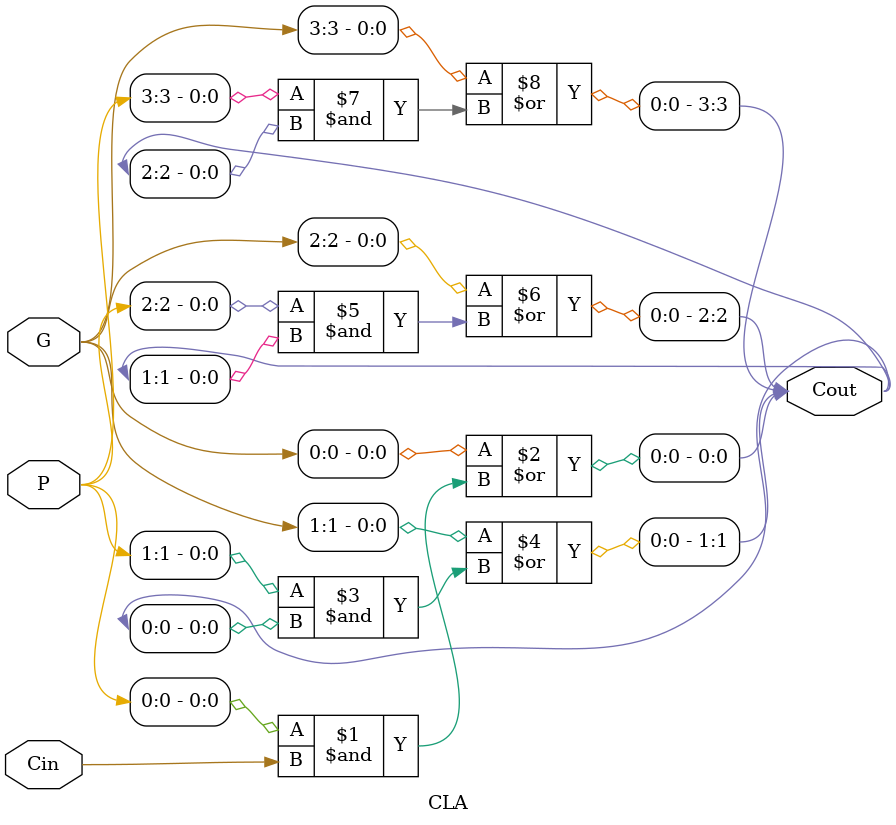
<source format=v>
module CLA(
    input [3:0]G,
    input [3:0]P,
    input Cin,

    output [3:0]Cout

);

    assign Cout[0] = G[0] | (P[0] & Cin);
    assign Cout[1] = G[1] | (P[1] & Cout[0]);
    assign Cout[2] = G[2] | (P[2] & Cout[1]);
    assign Cout[3] = G[3] | (P[3] & Cout[2]);

endmodule
</source>
